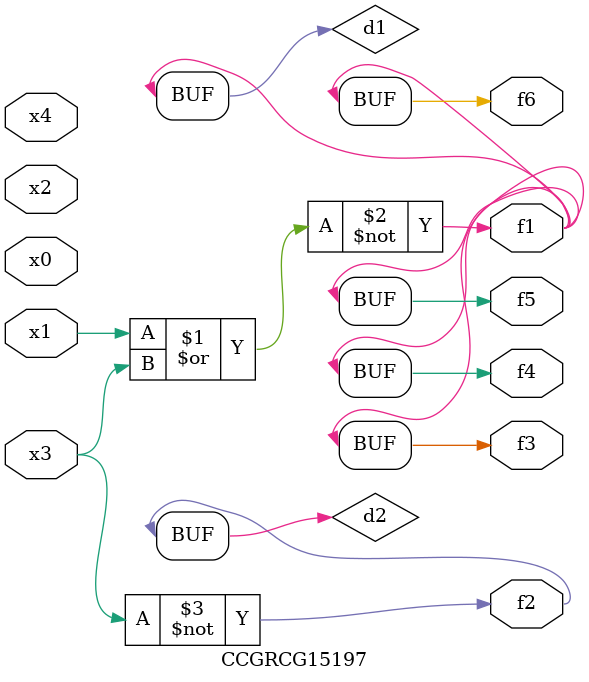
<source format=v>
module CCGRCG15197(
	input x0, x1, x2, x3, x4,
	output f1, f2, f3, f4, f5, f6
);

	wire d1, d2;

	nor (d1, x1, x3);
	not (d2, x3);
	assign f1 = d1;
	assign f2 = d2;
	assign f3 = d1;
	assign f4 = d1;
	assign f5 = d1;
	assign f6 = d1;
endmodule

</source>
